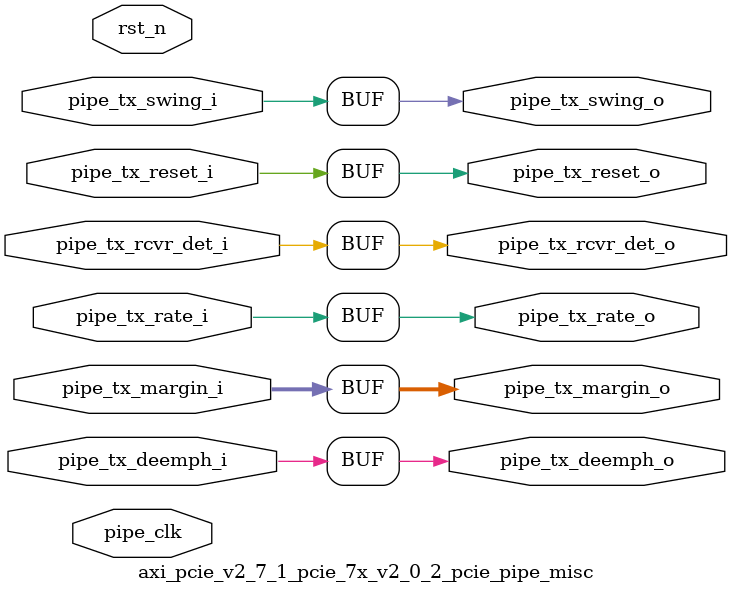
<source format=v>

`timescale 1ps/1ps

module axi_pcie_v2_7_1_pcie_7x_v2_0_2_pcie_pipe_misc #
(
    parameter        PIPE_PIPELINE_STAGES = 0    // 0 - 0 stages, 1 - 1 stage, 2 - 2 stages
)
(

    input   wire        pipe_tx_rcvr_det_i       ,     // PIPE Tx Receiver Detect
    input   wire        pipe_tx_reset_i          ,     // PIPE Tx Reset
    input   wire        pipe_tx_rate_i           ,     // PIPE Tx Rate
    input   wire        pipe_tx_deemph_i         ,     // PIPE Tx Deemphasis
    input   wire [2:0]  pipe_tx_margin_i         ,     // PIPE Tx Margin
    input   wire        pipe_tx_swing_i          ,     // PIPE Tx Swing

    output  wire        pipe_tx_rcvr_det_o       ,     // Pipelined PIPE Tx Receiver Detect
    output  wire        pipe_tx_reset_o          ,     // Pipelined PIPE Tx Reset
    output  wire        pipe_tx_rate_o           ,     // Pipelined PIPE Tx Rate
    output  wire        pipe_tx_deemph_o         ,     // Pipelined PIPE Tx Deemphasis
    output  wire [2:0]  pipe_tx_margin_o         ,     // Pipelined PIPE Tx Margin
    output  wire        pipe_tx_swing_o          ,     // Pipelined PIPE Tx Swing

    input   wire        pipe_clk                ,      // PIPE Clock
    input   wire        rst_n                          // Reset
);

//******************************************************************//
// Reality check.                                                   //
//******************************************************************//

    localparam TCQ  = 1;      // clock to out delay model

    generate

    if (PIPE_PIPELINE_STAGES == 0) begin : pipe_stages_0

        assign pipe_tx_rcvr_det_o = pipe_tx_rcvr_det_i;
        assign pipe_tx_reset_o  = pipe_tx_reset_i;
        assign pipe_tx_rate_o = pipe_tx_rate_i;
        assign pipe_tx_deemph_o = pipe_tx_deemph_i;
        assign pipe_tx_margin_o = pipe_tx_margin_i;
        assign pipe_tx_swing_o = pipe_tx_swing_i;

    end // if (PIPE_PIPELINE_STAGES == 0)
    else if (PIPE_PIPELINE_STAGES == 1) begin : pipe_stages_1

    reg                pipe_tx_rcvr_det_q       ;
    reg                pipe_tx_reset_q          ;
    reg                pipe_tx_rate_q           ;
    reg                pipe_tx_deemph_q         ;
    reg [2:0]          pipe_tx_margin_q         ;
    reg                pipe_tx_swing_q          ;

        always @(posedge pipe_clk) begin

        if (rst_n)
        begin

            pipe_tx_rcvr_det_q <= #TCQ 0;
            pipe_tx_reset_q  <= #TCQ 1'b1;
            pipe_tx_rate_q <= #TCQ 0;
            pipe_tx_deemph_q <= #TCQ 1'b1;
            pipe_tx_margin_q <= #TCQ 0;
            pipe_tx_swing_q <= #TCQ 0;

        end
        else
        begin

            pipe_tx_rcvr_det_q <= #TCQ pipe_tx_rcvr_det_i;
            pipe_tx_reset_q  <= #TCQ pipe_tx_reset_i;
            pipe_tx_rate_q <= #TCQ pipe_tx_rate_i;
            pipe_tx_deemph_q <= #TCQ pipe_tx_deemph_i;
            pipe_tx_margin_q <= #TCQ pipe_tx_margin_i;
            pipe_tx_swing_q <= #TCQ pipe_tx_swing_i;

          end

        end

        assign pipe_tx_rcvr_det_o = pipe_tx_rcvr_det_q;
        assign pipe_tx_reset_o  = pipe_tx_reset_q;
        assign pipe_tx_rate_o = pipe_tx_rate_q;
        assign pipe_tx_deemph_o = pipe_tx_deemph_q;
        assign pipe_tx_margin_o = pipe_tx_margin_q;
        assign pipe_tx_swing_o = pipe_tx_swing_q;

    end // if (PIPE_PIPELINE_STAGES == 1)
    else if (PIPE_PIPELINE_STAGES == 2) begin : pipe_stages_2

    reg                pipe_tx_rcvr_det_q       ;
    reg                pipe_tx_reset_q          ;
    reg                pipe_tx_rate_q           ;
    reg                pipe_tx_deemph_q         ;
    reg [2:0]          pipe_tx_margin_q         ;
    reg                pipe_tx_swing_q          ;

    reg                pipe_tx_rcvr_det_qq      ;
    reg                pipe_tx_reset_qq         ;
    reg                pipe_tx_rate_qq          ;
    reg                pipe_tx_deemph_qq        ;
    reg [2:0]          pipe_tx_margin_qq        ;
    reg                pipe_tx_swing_qq         ;

        always @(posedge pipe_clk) begin

        if (rst_n)
        begin

            pipe_tx_rcvr_det_q <= #TCQ 0;
            pipe_tx_reset_q  <= #TCQ 1'b1;
            pipe_tx_rate_q <= #TCQ 0;
            pipe_tx_deemph_q <= #TCQ 1'b1;
            pipe_tx_margin_q <= #TCQ 0;
            pipe_tx_swing_q <= #TCQ 0;

            pipe_tx_rcvr_det_qq <= #TCQ 0;
            pipe_tx_reset_qq  <= #TCQ 1'b1;
            pipe_tx_rate_qq <= #TCQ 0;
            pipe_tx_deemph_qq <= #TCQ 1'b1;
            pipe_tx_margin_qq <= #TCQ 0;
            pipe_tx_swing_qq <= #TCQ 0;

        end
        else
        begin

            pipe_tx_rcvr_det_q <= #TCQ pipe_tx_rcvr_det_i;
            pipe_tx_reset_q  <= #TCQ pipe_tx_reset_i;
            pipe_tx_rate_q <= #TCQ pipe_tx_rate_i;
            pipe_tx_deemph_q <= #TCQ pipe_tx_deemph_i;
            pipe_tx_margin_q <= #TCQ pipe_tx_margin_i;
            pipe_tx_swing_q <= #TCQ pipe_tx_swing_i;

            pipe_tx_rcvr_det_qq <= #TCQ pipe_tx_rcvr_det_q;
            pipe_tx_reset_qq  <= #TCQ pipe_tx_reset_q;
            pipe_tx_rate_qq <= #TCQ pipe_tx_rate_q;
            pipe_tx_deemph_qq <= #TCQ pipe_tx_deemph_q;
            pipe_tx_margin_qq <= #TCQ pipe_tx_margin_q;
            pipe_tx_swing_qq <= #TCQ pipe_tx_swing_q;

          end

        end

        assign pipe_tx_rcvr_det_o = pipe_tx_rcvr_det_qq;
        assign pipe_tx_reset_o  = pipe_tx_reset_qq;
        assign pipe_tx_rate_o = pipe_tx_rate_qq;
        assign pipe_tx_deemph_o = pipe_tx_deemph_qq;
        assign pipe_tx_margin_o = pipe_tx_margin_qq;
        assign pipe_tx_swing_o = pipe_tx_swing_qq;

    end // if (PIPE_PIPELINE_STAGES == 2)

    endgenerate

endmodule


</source>
